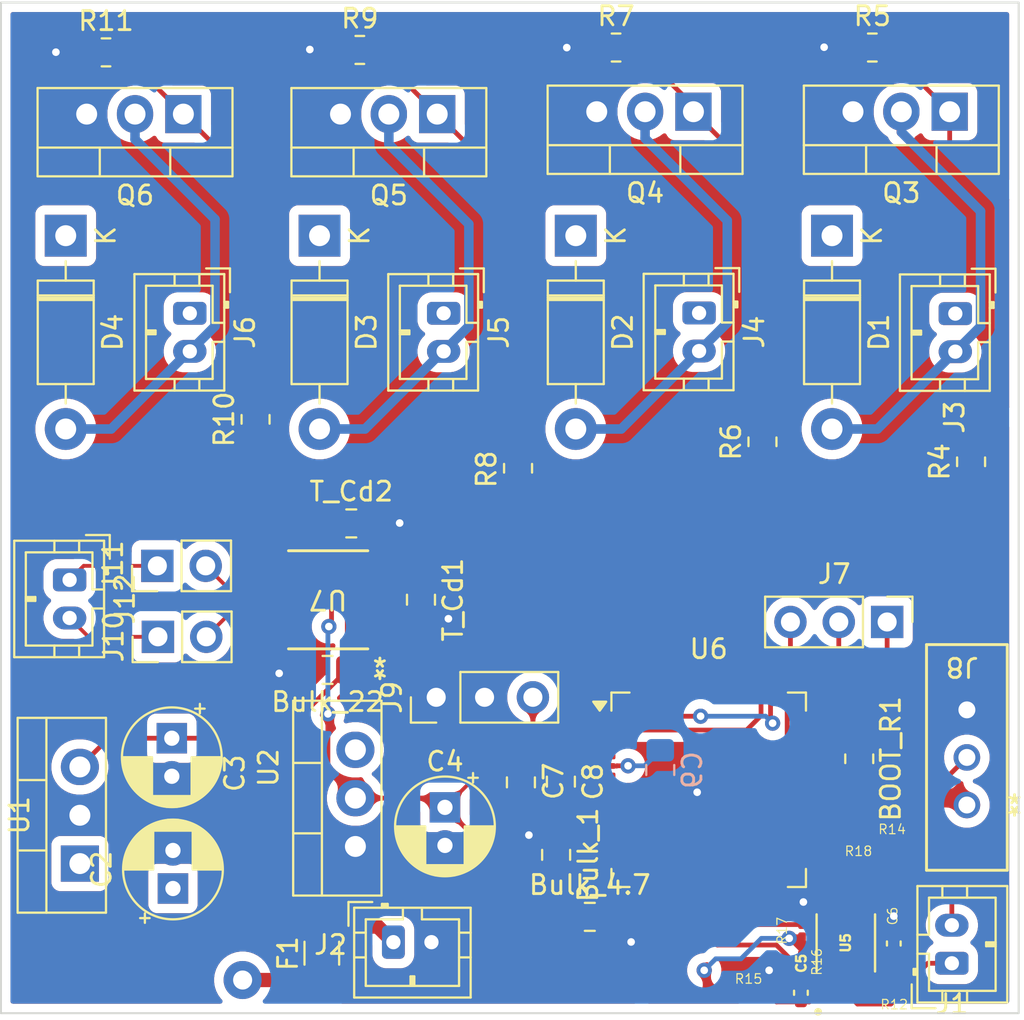
<source format=kicad_pcb>
(kicad_pcb (version 20241229) (generator "pcbnew") (generator_version "9.0")
  (layers (0 "F.Cu" signal) (2 "B.Cu" signal) (13 "F.Paste" user) (15 "B.Paste" user) (5 "F.SilkS" user "F.Silkscreen") (7 "B.SilkS" user "B.Silkscreen") (1 "F.Mask" user) (3 "B.Mask" user) (25 "Edge.Cuts" user))
  (net 0 "")
  (net 1 "GND")
  (net 2 "12V")
  (net 3 "FDCAN_RX")
  (net 4 "3.3V")
  (net 5 "VBAT")
  (net 6 "SLN1-")
  (net 7 "SLN4-")
  (net 8 "SLN2-")
  (net 9 "Net-(J8-Pin_2)")
  (net 10 "SDA")
  (net 11 "SLN3-")
  (net 12 "SCL")
  (net 13 "Net-(Q3-G)")
  (net 14 "SCL_ext")
  (net 15 "SDA_ext")
  (net 16 "Net-(Q4-G)")
  (net 17 "Net-(Q6-G)")
  (net 18 "Net-(Q5-G)")
  (net 19 "Net-(U5-READY)")
  (net 20 "/SWCLK")
  (net 21 "Net-(U5-EN)")
  (net 22 "S1CTRL")
  (net 23 "S3CTRL")
  (net 24 "S4CTRL")
  (net 25 "S2CTRL")
  (net 26 "5V")
  (net 27 "/SWDIO")
  (net 28 "/NRST")
  (net 29 "+12V_fuse")
  (net 30 "FDCAN_TX")
  (net 31 "CAN-")
  (net 32 "CAN+")
  (net 46 "USART1+")
  (net 47 "USART1-")
  (footprint "Connector_JST:JST_PH_B2B-PH-K_1x02_P2.00mm_Vertical" (layer "F.Cu") (at 46.139887 70.21 -90)
    (property "Reference" "J12")
    (property "Value" "2X1")
  )
  (footprint "Connector_JST:JST_PH_B2B-PH-K_1x02_P2.00mm_Vertical" (layer "F.Cu") (at 63.149887 89.25)
    (property "Reference" "J2")
    (property "Value" "2X1")
  )
  (footprint "custom_components:slide_switch_EGER1218_Thruster" (layer "F.Cu") (at 93.279887 82.04 180)
    (property "Reference" "J8")
    (property "Value" "Conn_01x03")
  )
  (footprint "Package_TO_SOT_THT:TO-220-3_Vertical" (layer "F.Cu") (at 46.679887 85.12 90)
    (property "Reference" "U1")
    (property "Value" "L7805")
  )
  (footprint "Connector_PinHeader_2.54mm:PinHeader_1x03_P2.54mm_Vertical" (layer "F.Cu") (at 65.399887 76.38 90)
    (property "Reference" "J9")
    (property "Value" "Conn_01x03_Pin")
  )
  (footprint "Capacitor_SMD:C_0805_2012Metric_Pad1.18x1.45mm_HandSolder" (layer "F.Cu") (at 71.699887 84.66 -90)
    (property "Reference" "Bulk_1")
    (property "Value" "1uF")
  )
  (footprint "Connector_PinHeader_2.54mm:PinHeader_1x02_P2.54mm_Vertical" (layer "F.Cu") (at 50.749887 69.47 90)
    (property "Reference" "J11")
    (property "Value" "Conn_01x02")
  )
  (footprint "Resistor_SMD:R_0805_2012Metric_Pad1.20x1.40mm_HandSolder" (layer "F.Cu") (at 55.909887 61.77 90)
    (property "Reference" "R10")
    (property "Value" "330")
  )
  (footprint "Capacitor_SMD:C_0805_2012Metric_Pad1.18x1.45mm_HandSolder" (layer "F.Cu") (at 69.85 80.85 -90)
    (property "Reference" "C7")
    (property "Value" "100nF")
  )
  (footprint "Capacitor_SMD:C_0805_2012Metric_Pad1.18x1.45mm_HandSolder" (layer "F.Cu") (at 64.599887 71.25 -90)
    (property "Reference" "T_Cd1")
    (property "Value" "100nF")
  )
  (footprint "Package_TO_SOT_THT:TO-220-3_Vertical" (layer "F.Cu") (at 65.451887 45.726 180)
    (property "Reference" "Q5")
    (property "Value" "FQP30N06L")
  )
  (footprint "Capacitor_THT:CP_Radial_D5.0mm_P2.00mm" (layer "F.Cu") (at 51.509887 78.53 -90)
    (property "Reference" "C3")
    (property "Value" "10u")
  )
  (footprint "Capacitor_SMD:C_0402_1005Metric" (layer "F.Cu") (at 89.439887 89.32 -90)
    (property "Reference" "C6")
    (property "Value" "0.1u")
  )
  (footprint "Connector_JST:JST_PH_B2B-PH-K_1x02_P2.00mm_Vertical" (layer "F.Cu") (at 92.489887 90.36 90)
    (property "Reference" "J1")
    (property "Value" "2X1")
  )
  (footprint "Capacitor_SMD:C_0201_0603Metric" (layer "F.Cu") (at 87.584887 85.52)
    (property "Reference" "R18")
    (property "Value" "10k")
  )
  (footprint "Connector_JST:JST_PH_B2B-PH-K_1x02_P2.00mm_Vertical" (layer "F.Cu") (at 52.454887 56.196 -90)
    (property "Reference" "J6")
    (property "Value" "2X1")
  )
  (footprint "Capacitor_SMD:C_0805_2012Metric_Pad1.18x1.45mm_HandSolder" (layer "F.Cu") (at 73.469887 87.92)
    (property "Reference" "Bulk_4.7")
    (property "Value" "4.7uF")
  )
  (footprint "Capacitor_SMD:C_0805_2012Metric_Pad1.18x1.45mm_HandSolder" (layer "F.Cu") (at 59.691187 74.94 180)
    (property "Reference" "Bulk_22")
    (property "Value" "22uF")
  )
  (footprint "Connector_PinHeader_2.54mm:PinHeader_1x02_P2.54mm_Vertical" (layer "F.Cu") (at 50.779887 73.2 90)
    (property "Reference" "J10")
    (property "Value" "Conn_01x02")
  )
  (footprint "Capacitor_SMD:C_0805_2012Metric_Pad1.18x1.45mm_HandSolder" (layer "F.Cu") (at 71.95 80.8125 -90)
    (property "Reference" "C8")
    (property "Value" "100nF")
  )
  (footprint "Capacitor_SMD:C_0402_1005Metric" (layer "F.Cu") (at 84.559887 91.91 -90)
    (property "Reference" "C5")
    (property "Value" "0.1u")
  )
  (footprint "Diode_THT:D_DO-41_SOD81_P10.16mm_Horizontal" (layer "F.Cu") (at 59.270887 52.116 -90)
    (property "Reference" "D3")
    (property "Value" "1N47xxA")
  )
  (footprint "Connector_JST:JST_PH_B2B-PH-K_1x02_P2.00mm_Vertical" (layer "F.Cu") (at 92.671887 56.212 -90)
    (property "Reference" "J3")
    (property "Value" "2X1")
  )
  (footprint "Resistor_SMD:R_0805_2012Metric_Pad1.20x1.40mm_HandSolder" (layer "F.Cu") (at 93.5 64 90)
    (property "Reference" "R4")
    (property "Value" "330")
  )
  (footprint "Package_TO_SOT_THT:TO-220-3_Vertical" (layer "F.Cu") (at 78.913887 45.599 180)
    (property "Reference" "Q4")
    (property "Value" "FQP30N06L")
  )
  (footprint "Capacitor_SMD:C_0201_0603Metric" (layer "F.Cu") (at 84.609887 90.225 90)
    (property "Reference" "R16")
    (property "Value" "10k")
  )
  (footprint "Package_TO_SOT_THT:TO-220-3_Vertical" (layer "F.Cu") (at 61.154887 84.22 90)
    (property "Reference" "U2")
    (property "Value" "LD1117V33")
  )
  (footprint "Resistor_SMD:R_0805_2012Metric_Pad1.20x1.40mm_HandSolder" (layer "F.Cu") (at 69.699887 64.34 90)
    (property "Reference" "R8")
    (property "Value" "330")
  )
  (footprint "Diode_THT:D_DO-41_SOD81_P10.16mm_Horizontal" (layer "F.Cu") (at 86.194887 52.116 -90)
    (property "Reference" "D1")
    (property "Value" "1N47xxA")
  )
  (footprint "Resistor_SMD:R_0805_2012Metric_Pad1.20x1.40mm_HandSolder" (layer "F.Cu") (at 48.052887 42.48)
    (property "Reference" "R11")
    (property "Value" "10k")
  )
  (footprint "Capacitor_THT:CP_Radial_D5.0mm_P2.00mm" (layer "F.Cu") (at 51.569887 86.43 90)
    (property "Reference" "C2")
    (property "Value" "10u")
  )
  (footprint "Resistor_SMD:R_0805_2012Metric_Pad1.20x1.40mm_HandSolder" (layer "F.Cu") (at 61.387887 42.353)
    (property "Reference" "R9")
    (property "Value" "10k")
  )
  (footprint "Resistor_SMD:R_0805_2012Metric_Pad1.20x1.40mm_HandSolder" (layer "F.Cu") (at 82.539887 62.95 90)
    (property "Reference" "R6")
    (property "Value" "330")
  )
  (footprint "Capacitor_SMD:C_0201_0603Metric" (layer "F.Cu") (at 81.809887 92.23)
    (property "Reference" "R15")
    (property "Value" "10k")
  )
  (footprint "custom_components:SOIC8_4P9X3P9MC_MCH" (layer "F.Cu") (at 59.723687 71.255 180)
    (property "Reference" "U7")
    (property "Value" "ATA6561-GAQW-N")
  )
  (footprint "Capacitor_SMD:C_0805_2012Metric_Pad1.18x1.45mm_HandSolder" (layer "F.Cu") (at 60.937387 67.24)
    (property "Reference" "T_Cd2")
    (property "Value" "100nF")
  )
  (footprint "Diode_THT:D_DO-41_SOD81_P10.16mm_Horizontal" (layer "F.Cu") (at 45.935887 52.116 -90)
    (property "Reference" "D4")
    (property "Value" "1N47xxA")
  )
  (footprint "Package_QFP:LQFP-64_10x10mm_P0.5mm" (layer "F.Cu") (at 79.714887 81.24)
    (property "Reference" "U6")
    (property "Value" "STM32G0B1RETx")
  )
  (footprint "Resistor_SMD:R_0805_2012Metric_Pad1.20x1.40mm_HandSolder" (layer "F.Cu") (at 88.311887 42.226)
    (property "Reference" "R5")
    (property "Value" "10k")
  )
  (footprint "Capacitor_THT:CP_Radial_D5.0mm_P2.00mm" (layer "F.Cu") (at 65.859887 82.164888 -90)
    (property "Reference" "C4")
    (property "Value" "10u")
  )
  (footprint "Package_TO_SOT_THT:TO-220-3_Vertical" (layer "F.Cu") (at 92.375887 45.599 180)
    (property "Reference" "Q3")
    (property "Value" "FQP30N06L")
  )
  (footprint "Diode_THT:D_DO-41_SOD81_P10.16mm_Horizontal" (layer "F.Cu") (at 72.732887 52.116 -90)
    (property "Reference" "D2")
    (property "Value" "1N47xxA")
  )
  (footprint "Resistor_SMD:R_0805_2012Metric_Pad1.20x1.40mm_HandSolder" (layer "F.Cu") (at 74.849887 42.226)
    (property "Reference" "R7")
    (property "Value" "10k")
  )
  (footprint "Connector_JST:JST_PH_B2B-PH-K_1x02_P2.00mm_Vertical" (layer "F.Cu") (at 65.789887 56.196 -90)
    (property "Reference" "J5")
    (property "Value" "2X1")
  )
  (footprint "Connector_PinHeader_2.54mm:PinHeader_1x03_P2.54mm_Vertical" (layer "F.Cu") (at 89.089887 72.42 -90)
    (property "Reference" "J7")
    (property "Value" "Conn_01x03_Pin")
  )
  (footprint "Package_TO_SOT_THT:TO-220-3_Vertical" (layer "F.Cu") (at 52.116887 45.726 180)
    (property "Reference" "Q6")
    (property "Value" "FQP30N06L")
  )
  (footprint "TCA4307:SOP65P490X110-8N" (layer "F.Cu") (at 86.919887 89.29 90)
    (property "Reference" "U5")
    (property "Value" "TCA4307")
  )
  (footprint "Capacitor_SMD:C_0201_0603Metric" (layer "F.Cu") (at 89.499887 91.77 180)
    (property "Reference" "R12")
    (property "Value" "10k")
  )
  (footprint "Capacitor_SMD:C_0201_0603Metric" (layer "F.Cu") (at 84.619887 88.645 90)
    (property "Reference" "R17")
    (property "Value" "10k")
  )
  (footprint "Connector_JST:JST_PH_B2B-PH-K_1x02_P2.00mm_Vertical" (layer "F.Cu") (at 79.209887 56.18 -90)
    (property "Reference" "J4")
    (property "Value" "2X1")
  )
  (footprint "Capacitor_SMD:C_0201_0603Metric" (layer "F.Cu") (at 89.349887 84.37)
    (property "Reference" "R14")
    (property "Value" "10k")
  )
  (footprint "Resistor_SMD:R_0805_2012Metric_Pad1.20x1.40mm_HandSolder" (layer "F.Cu") (at 87.624887 79.61 -90)
    (property "Reference" "BOOT_R1")
    (property "Value" "10k")
  )
  (footprint "Fuse:Fuse_1206_3216Metric" (layer "F.Cu") (at 59.389887 89.83 -90)
    (property "Reference" "F1")
    (property "Value" "10A")
  )
  (footprint "Capacitor_SMD:C_0805_2012Metric_Pad1.18x1.45mm_HandSolder" (layer "B.Cu") (at 77.169887 80.2 90)
    (property "Reference" "C9")
    (property "Value" "100nF")
  )
  (gr_rect (start 42.533 39.859887) (end 96 92.984887) (stroke (width 0.1)) (fill no) (layer "Edge.Cuts"))
  (segment (start 71.899887 81.2875) (end 72.102387 81.49) (width 0.25) (layer "F.Cu") (net 1))
  (segment (start 71.699887 81.4875) (end 71.899887 81.2875) (width 0.25) (layer "F.Cu") (net 1))
  (segment (start 71.95 81.85) (end 69.8875 81.85) (width 0.2) (layer "F.Cu") (net 1))
  (segment (start 71.864887 81.3225) (end 71.899887 81.2875) (width 0.25) (layer "F.Cu") (net 1))
  (segment (start 58.653687 74.94) (end 57.329887 74.94) (width 0.25) (layer "F.Cu") (net 1))
  (segment (start 57.259887 73.16) (end 57.259887 73.5462) (width 0.25) (layer "F.Cu") (net 1))
  (segment (start 64.599887 72.2875) (end 66.002387 72.2875) (width 0.25) (layer "F.Cu") (net 1))
  (segment (start 87.311887 42.226) (end 87.295887 42.242) (width 0.25) (layer "F.Cu") (net 1))
  (segment (start 87.295887 42.242) (end 87.295887 45.599) (width 0.25) (layer "F.Cu") (net 1))
  (segment (start 71.699887 83.6225) (end 71.699887 81.4875) (width 0.25) (layer "F.Cu") (net 1))
  (segment (start 64.202387 71.89) (end 64.599887 72.2875) (width 0.25) (layer "F.Cu") (net 1))
  (segment (start 47.052887 42.48) (end 47.036887 42.496) (width 0.25) (layer "F.Cu") (net 1))
  (segment (start 58.782887 42.353) (end 58.759887 42.33) (width 0.25) (layer "F.Cu") (net 1))
  (segment (start 87.311887 42.226) (end 85.795887 42.226) (width 0.25) (layer "F.Cu") (net 1))
  (segment (start 47.052887 42.48) (end 45.429887 42.48) (width 0.25) (layer "F.Cu") (net 1))
  (segment (start 72.263887 42.226) (end 72.259887 42.23) (width 0.25) (layer "F.Cu") (net 1))
  (segment (start 89.439887 87.88) (end 89.439887 88.84) (width 0.25) (layer "F.Cu") (net 1))
  (segment (start 85.795887 42.226) (end 85.779887 42.21) (width 0.25) (layer "F.Cu") (net 1))
  (segment (start 60.387887 42.353) (end 58.782887 42.353) (width 0.25) (layer "F.Cu") (net 1))
  (segment (start 75.639887 89.24) (end 74.507387 88.1075) (width 0.25) (layer "F.Cu") (net 1))
  (segment (start 45.429887 42.48) (end 45.419887 42.47) (width 0.25) (layer "F.Cu") (net 1))
  (segment (start 60.371887 42.369) (end 60.371887 45.726) (width 0.25) (layer "F.Cu") (net 1))
  (segment (start 74.507387 88.1075) (end 74.507387 87.92) (width 0.25) (layer "F.Cu") (net 1))
  (segment (start 57.329887 74.94) (end 57.149887 75.12) (width 0.25) (layer "F.Cu") (net 1))
  (segment (start 63.459887 67.24) (end 63.479887 67.22) (width 0.25) (layer "F.Cu") (net 1))
  (segment (start 47.036887 42.496) (end 47.036887 45.726) (width 0.25) (layer "F.Cu") (net 1))
  (segment (start 61.974887 67.24) (end 63.459887 67.24) (width 0.25) (layer "F.Cu") (net 1))
  (segment (start 60.387887 42.353) (end 60.371887 42.369) (width 0.25) (layer "F.Cu") (net 1))
  (segment (start 73.849887 42.226) (end 73.833887 42.242) (width 0.25) (layer "F.Cu") (net 1))
  (segment (start 73.849887 42.226) (end 72.263887 42.226) (width 0.25) (layer "F.Cu") (net 1))
  (segment (start 62.187487 71.89) (end 64.202387 71.89) (width 0.25) (layer "F.Cu") (net 1))
  (segment (start 57.259887 73.5462) (end 58.653687 74.94) (width 0.25) (layer "F.Cu") (net 1))
  (segment (start 71.934887 83.1525) (end 71.312387 83.1525) (width 0.25) (layer "F.Cu") (net 1))
  (segment (start 70.269887 83.6225) (end 71.699887 83.6225) (width 0.25) (layer "F.Cu") (net 1))
  (segment (start 74.039887 81.49) (end 72.31 81.49) (width 0.2) (layer "F.Cu") (net 1))
  (segment (start 84.559887 91.43) (end 83.859887 90.73) (width 0.25) (layer "F.Cu") (net 1))
  (segment (start 69.8875 81.85) (end 69.85 81.8875) (width 0.2) (layer "F.Cu") (net 1))
  (segment (start 84.689887 87.14) (end 85.944887 87.14) (width 0.25) (layer "F.Cu") (net 1))
  (segment (start 72.31 81.49) (end 71.95 81.85) (width 0.2) (layer "F.Cu") (net 1))
  (segment (start 83.859887 90.73) (end 82.889887 90.73) (width 0.25) (layer "F.Cu") (net 1))
  (segment (start 66.002387 72.2875) (end 66.039887 72.25) (width 0.25) (layer "F.Cu") (net 1))
  (segment (start 73.833887 42.242) (end 73.833887 45.599) (width 0.25) (layer "F.Cu") (net 1))
  (via (at 75.639887 89.24) (size 0.8) (drill 0.4) (layers "F.Cu" "B.Cu") (net 1))
  (via (at 66.039887 72.25) (size 0.8) (drill 0.4) (layers "F.Cu" "B.Cu") (net 1))
  (via (at 82.889887 90.73) (size 0.8) (drill 0.4) (layers "F.Cu" "B.Cu") (net 1))
  (via (at 79.109887 81.37) (size 0.8) (drill 0.4) (layers "F.Cu" "B.Cu") (net 1))
  (via (at 63.479887 67.22) (size 0.8) (drill 0.4) (layers "F.Cu" "B.Cu") (net 1))
  (via (at 70.269887 83.6225) (size 0.8) (drill 0.4) (layers "F.Cu" "B.Cu") (net 1))
  (via (at 45.419887 42.47) (size 0.8) (drill 0.4) (layers "F.Cu" "B.Cu") (net 1))
  (via (at 72.259887 42.23) (size 0.8) (drill 0.4) (layers "F.Cu" "B.Cu") (net 1))
  (via (at 85.779887 42.21) (size 0.8) (drill 0.4) (layers "F.Cu" "B.Cu") (net 1))
  (via (at 89.439887 87.88) (size 0.8) (drill 0.4) (layers "F.Cu" "B.Cu") (net 1))
  (via (at 58.759887 42.33) (size 0.8) (drill 0.4) (layers "F.Cu" "B.Cu") (net 1))
  (via (at 57.149887 75.12) (size 0.8) (drill 0.4) (layers "F.Cu" "B.Cu") (net 1))
  (via (at 84.689887 87.14) (size 0.8) (drill 0.4) (layers "F.Cu" "B.Cu") (net 1))
  (segment (start 79.109887 81.37) (end 77.302387 81.37) (width 0.25) (layer "B.Cu") (net 1))
  (segment (start 61.202 83.420887) (end 61.075 83.293887) (width 0.25) (layer "B.Cu") (net 1))
  (segment (start 61.075 83.293887) (end 61.075 83.293887) (width 0.25) (layer "B.Cu") (net 1))
  (segment (start 77.302387 81.37) (end 77.169887 81.2375) (width 0.25) (layer "B.Cu") (net 1))
  (segment (start 59.389887 91.23) (end 57.119887 91.23) (width 0.75) (layer "F.Cu") (net 2))
  (segment (start 57.119887 91.23) (end 57.109887 91.24) (width 0.25) (layer "F.Cu") (net 2))
  (segment (start 57.109887 91.24) (end 55.229887 91.24) (width 0.75) (layer "F.Cu") (net 2))
  (via (at 55.229887 91.24) (size 2) (drill 1) (layers "F.Cu" "B.Cu") (net 2))
  (segment (start 62.527487 69.01) (end 62.187487 69.35) (width 0.25) (layer "F.Cu") (net 3))
  (segment (start 83.072759 77.740117) (end 82.964887 77.632245) (width 0.25) (layer "F.Cu") (net 3))
  (segment (start 76.364887 77.375) (end 67.999887 69.01) (width 0.25) (layer "F.Cu") (net 3))
  (segment (start 67.999887 69.01) (end 62.527487 69.01) (width 0.25) (layer "F.Cu") (net 3))
  (segment (start 82.964887 77.632245) (end 82.964887 75.565) (width 0.25) (layer "F.Cu") (net 3))
  (segment (start 62.187487 69.35) (end 62.789887 69.35) (width 0.25) (layer "F.Cu") (net 3))
  (segment (start 79.289887 77.375) (end 76.364887 77.375) (width 0.25) (layer "F.Cu") (net 3))
  (via (at 79.289887 77.375) (size 0.8) (drill 0.4) (layers "F.Cu" "B.Cu") (net 3))
  (via (at 83.072759 77.740117) (size 0.8) (drill 0.4) (layers "F.Cu" "B.Cu") (net 3))
  (segment (start 79.289887 77.375) (end 82.707642 77.375) (width 0.25) (layer "B.Cu") (net 3))
  (segment (start 82.707642 77.375) (end 83.072759 77.740117) (width 0.25) (layer "B.Cu") (net 3))
  (segment (start 89.179887 91.77) (end 89.179887 90.06) (width 0.25) (layer "F.Cu") (net 4))
  (segment (start 76.742387 92.23) (end 80.579887 92.23) (width 0.25) (layer "F.Cu") (net 4))
  (segment (start 87.894887 90.66736) (end 87.894887 91.44) (width 0.25) (layer "F.Cu") (net 4))
  (segment (start 74.039887 80.49) (end 72.665 80.49) (width 0.25) (layer "F.Cu") (net 4))
  (segment (start 84.619887 88.965) (end 84.029965 88.965) (width 0.25) (layer "F.Cu") (net 4))
  (segment (start 79.479887 91.13) (end 80.579887 92.23) (width 0.25) (layer "F.Cu") (net 4))
  (segment (start 68.212275 79.8125) (end 65.859887 82.164888) (width 0.2) (layer "F.Cu") (net 4))
  (segment (start 61.154887 81.68) (end 65.374999 81.68) (width 0.25) (layer "F.Cu") (net 4))
  (segment (start 61.154887 81.68) (end 59.709887 80.235) (width 0.25) (layer "F.Cu") (net 4))
  (segment (start 79.479887 90.73) (end 79.479887 91.13) (width 0.25) (layer "F.Cu") (net 4))
  (segment (start 74.039887 80.49) (end 74.039887 80.99) (width 0.25) (layer "F.Cu") (net 4))
  (segment (start 88.849887 91.44) (end 89.179887 91.77) (width 0.25) (layer "F.Cu") (net 4))
  (segment (start 69.8875 79.775) (end 69.85 79.8125) (width 0.25) (layer "F.Cu") (net 4))
  (segment (start 59.369887 67.24) (end 57.259887 69.35) (width 0.25) (layer "F.Cu") (net 4))
  (segment (start 87.066527 89.839) (end 87.894887 90.66736) (width 0.25) (layer "F.Cu") (net 4))
  (segment (start 70.479887 79.182613) (end 69.85 79.8125) (width 0.25) (layer "F.Cu") (net 4))
  (segment (start 87.264887 85.320001) (end 88.214888 84.37) (width 0.25) (layer "F.Cu") (net 4))
  (segment (start 84.609887 89.905) (end 84.609887 88.975) (width 0.25) (layer "F.Cu") (net 4))
  (segment (start 65.374999 81.68) (end 65.859887 82.164888) (width 0.25) (layer "F.Cu") (net 4))
  (segment (start 89.179887 90.06) (end 89.439887 89.8) (width 0.25) (layer "F.Cu") (net 4))
  (segment (start 71.95 79.775) (end 69.8875 79.775) (width 0.25) (layer "F.Cu") (net 4))
  (segment (start 89.029887 84.37) (end 89.029887 84.170001) (width 0.25) (layer "F.Cu") (net 4))
  (segment (start 87.894887 91.44) (end 88.849887 91.44) (width 0.25) (layer "F.Cu") (net 4))
  (segment (start 59.899887 72.52) (end 59.759887 72.66) (width 0.25) (layer "F.Cu") (net 4))
  (segment (start 59.899887 67.24) (end 59.369887 67.24) (width 0.25) (layer "F.Cu") (net 4))
  (segment (start 69.392499 85.6975) (end 65.859887 82.164888) (width 0.25) (layer "F.Cu") (net 4))
  (segment (start 87.264887 85.52) (end 87.264887 85.320001) (width 0.25) (layer "F.Cu") (net 4))
  (segment (start 69.85 79.8125) (end 68.212275 79.8125) (width 0.2) (layer "F.Cu") (net 4))
  (segment (start 72.665 80.49) (end 71.95 79.775) (width 0.25) (layer "F.Cu") (net 4))
  (segment (start 84.029965 88.965) (end 83.944965 89.05) (width 0.25) (layer "F.Cu") (net 4))
  (segment (start 59.709887 80.235) (end 59.709887 77.25) (width 0.25) (layer "F.Cu") (net 4))
  (segment (start 72.432387 87.92) (end 76.742387 92.23) (width 0.25) (layer "F.Cu") (net 4))
  (segment (start 71.699887 85.6975) (end 69.392499 85.6975) (width 0.25) (layer "F.Cu") (net 4))
  (segment (start 71.699887 85.6975) (end 71.699887 87.1875) (width 0.25) (layer "F.Cu") (net 4))
  (segment (start 87.087387 85.6975) (end 87.264887 85.52) (width 0.25) (layer "F.Cu") (net 4))
  (segment (start 84.675887 89.839) (end 87.066527 89.839) (width 0.25) (layer "F.Cu") (net 4))
  (segment (start 59.899887 67.24) (end 59.899887 72.52) (width 0.25) (layer "F.Cu") (net 4))
  (segment (start 88.214888 84.37) (end 89.029887 84.37) (width 0.25) (layer "F.Cu") (net 4))
  (segment (start 80.579887 92.23) (end 81.489887 92.23) (width 0.25) (layer "F.Cu") (net 4))
  (segment (start 91.159888 82.04) (end 93.279887 82.04) (width 0.25) (layer "F.Cu") (net 4))
  (segment (start 89.029887 84.170001) (end 91.159888 82.04) (width 0.25) (layer "F.Cu") (net 4))
  (segment (start 71.699887 87.1875) (end 72.432387 87.92) (width 0.25) (layer "F.Cu") (net 4))
  (segment (start 84.609887 88.975) (end 84.619887 88.965) (width 0.25) (layer "F.Cu") (net 4))
  (segment (start 71.699887 85.6975) (end 87.087387 85.6975) (width 0.25) (layer "F.Cu") (net 4))
  (segment (start 70.479887 76.38) (end 70.479887 79.182613) (width 0.25) (layer "F.Cu") (net 4))
  (via (at 79.479887 90.73) (size 0.8) (drill 0.4) (layers "F.Cu" "B.Cu") (net 4))
  (via (at 59.709887 77.25) (size 0.8) (drill 0.4) (layers "F.Cu" "B.Cu") (net 4))
  (via (at 59.759887 72.66) (size 0.8) (drill 0.4) (layers "F.Cu" "B.Cu") (net 4))
  (via (at 83.944965 89.05) (size 0.8) (drill 0.4) (layers "F.Cu" "B.Cu") (net 4))
  (segment (start 59.709887 77.25) (end 59.709887 72.71) (width 0.25) (layer "B.Cu") (net 4))
  (segment (start 82.484887 89.05) (end 83.944965 89.05) (width 0.25) (layer "B.Cu") (net 4))
  (segment (start 79.479887 90.73) (end 80.084887 90.125) (width 0.25) (layer "B.Cu") (net 4))
  (segment (start 81.409887 90.125) (end 82.484887 89.05) (width 0.25) (layer "B.Cu") (net 4))
  (segment (start 80.084887 90.125) (end 81.409887 90.125) (width 0.25) (layer "B.Cu") (net 4))
  (segment (start 59.709887 72.71) (end 59.759887 72.66) (width 0.25) (layer "B.Cu") (net 4))
  (segment (start 75.479887 79.98) (end 74.894065 79.98) (width 0.25) (layer "F.Cu") (net 5))
  (segment (start 74.894065 79.98) (end 74.884065 79.99) (width 0.25) (layer "F.Cu") (net 5))
  (segment (start 74.884065 79.99) (end 74.039887 79.99) (width 0.25) (layer "F.Cu") (net 5))
  (via (at 75.479887 79.98) (size 0.8) (drill 0.4) (layers "F.Cu" "B.Cu") (net 5))
  (segment (start 76.352387 79.98) (end 77.169887 79.1625) (width 0.25) (layer "B.Cu") (net 5))
  (segment (start 77.194887 78.84) (end 77.199887 78.835) (width 0.25) (layer "B.Cu") (net 5))
  (segment (start 75.479887 79.98) (end 76.352387 79.98) (width 0.25) (layer "B.Cu") (net 5))
  (segment (start 89.835887 45.599) (end 89.835887 46.671) (width 0.5) (layer "F.Cu") (net 6))
  (segment (start 92.671887 58.212) (end 92.645887 58.212) (width 0.5) (layer "F.Cu") (net 6))
  (segment (start 92.645887 58.212) (end 88.581887 62.276) (width 0.5) (layer "B.Cu") (net 6))
  (segment (start 88.581887 62.276) (end 86.194887 62.276) (width 0.5) (layer "B.Cu") (net 6))
  (segment (start 93.996887 50.832) (end 93.996887 56.887) (width 0.5) (layer "B.Cu") (net 6))
  (segment (start 93.996887 56.887) (end 92.671887 58.212) (width 0.5) (layer "B.Cu") (net 6))
  (segment (start 89.835887 46.671) (end 93.996887 50.832) (width 0.5) (layer "B.Cu") (net 6))
  (segment (start 52.454887 58.196) (end 52.402887 58.196) (width 0.5) (layer "F.Cu") (net 7))
  (segment (start 48.322887 62.276) (end 45.935887 62.276) (width 0.5) (layer "B.Cu") (net 7))
  (segment (start 49.576887 47.052) (end 53.779887 51.255) (width 0.5) (layer "B.Cu") (net 7))
  (segment (start 53.779887 51.255) (end 53.779887 56.871) (width 0.5) (layer "B.Cu") (net 7))
  (segment (start 52.402887 58.196) (end 48.322887 62.276) (width 0.5) (layer "B.Cu") (net 7))
  (segment (start 53.779887 56.871) (end 52.454887 58.196) (width 0.5) (layer "B.Cu") (net 7))
  (segment (start 49.576887 45.726) (end 49.576887 47.052) (width 0.5) (layer "B.Cu") (net 7))
  (segment (start 79.209887 58.18) (end 79.209887 58.186) (width 0.5) (layer "F.Cu") (net 8))
  (segment (start 79.643 58.020887) (end 79.659 58.004887) (width 0.5) (layer "B.Cu") (net 8))
  (segment (start 80.691887 56.698) (end 79.209887 58.18) (width 0.5) (layer "B.Cu") (net 8))
  (segment (start 79.659 58.004887) (end 79.691 58.036887) (width 0.5) (layer "B.Cu") (net 8))
  (segment (start 76.373887 47.004) (end 80.691887 51.322) (width 0.5) (layer "B.Cu") (net 8))
  (segment (start 76.373887 45.599) (end 76.373887 47.004) (width 0.5) (layer "B.Cu") (net 8))
  (segment (start 80.691887 51.322) (end 80.691887 56.698) (width 0.5) (layer "B.Cu") (net 8))
  (segment (start 79.209887 58.186) (end 75.119887 62.276) (width 0.5) (layer "B.Cu") (net 8))
  (segment (start 75.119887 62.276) (end 72.732887 62.276) (width 0.5) (layer "B.Cu") (net 8))
  (segment (start 92.209887 80.61) (end 93.279887 79.54) (width 0.25) (layer "F.Cu") (net 9))
  (segment (start 87.624887 80.61) (end 92.209887 80.61) (width 0.25) (layer "F.Cu") (net 9))
  (segment (start 83.269661 89.4) (end 80.172077 89.4) (width 0.25) (layer "F.Cu") (net 10))
  (segment (start 84.805113 90.545) (end 84.609887 90.545) (width 0.25) (layer "F.Cu") (net 10))
  (segment (start 85.060113 90.29) (end 84.805113 90.545) (width 0.25) (layer "F.Cu") (net 10))
  (segment (start 86.217527 90.29) (end 85.060113 90.29) (width 0.25) (layer "F.Cu") (net 10))
  (segment (start 78.964887 88.19281) (end 78.964887 86.915) (width 0.25) (layer "F.Cu") (net 10))
  (segment (start 86.594887 91.44) (end 86.594887 90.66736) (width 0.25) (layer "F.Cu") (net 10))
  (segment (start 84.609887 90.545) (end 84.414661 90.545) (width 0.25) (layer "F.Cu") (net 10))
  (segment (start 86.594887 90.66736) (end 86.217527 90.29) (width 0.25) (layer "F.Cu") (net 10))
  (segment (start 80.172077 89.4) (end 78.964887 88.19281) (width 0.25) (layer "F.Cu") (net 10))
  (segment (start 84.414661 90.545) (end 83.269661 89.4) (width 0.25) (layer "F.Cu") (net 10))
  (segment (start 65.789887 58.196) (end 65.737887 58.196) (width 0.5) (layer "F.Cu") (net 11))
  (segment (start 62.911887 45.726) (end 62.911887 47.306) (width 0.5) (layer "B.Cu") (net 11))
  (segment (start 62.911887 47.306) (end 67.114887 51.509) (width 0.5) (layer "B.Cu") (net 11))
  (segment (start 67.114887 56.871) (end 65.789887 58.196) (width 0.5) (layer "B.Cu") (net 11))
  (segment (start 61.657887 62.276) (end 59.270887 62.276) (width 0.5) (layer "B.Cu") (net 11))
  (segment (start 67.114887 51.509) (end 67.114887 56.871) (width 0.5) (layer "B.Cu") (net 11))
  (segment (start 65.737887 58.196) (end 61.657887 62.276) (width 0.5) (layer "B.Cu") (net 11))
  (segment (start 86.182527 88.325) (end 84.619887 88.325) (width 0.25) (layer "F.Cu") (net 12))
  (segment (start 79.464887 87.89) (end 79.464887 86.915) (width 0.25) (layer "F.Cu") (net 12))
  (segment (start 86.594887 87.91264) (end 86.182527 88.325) (width 0.25) (layer "F.Cu") (net 12))
  (segment (start 84.619887 88.325) (end 79.899887 88.325) (width 0.25) (layer "F.Cu") (net 12))
  (segment (start 79.899887 88.325) (end 79.464887 87.89) (width 0.25) (layer "F.Cu") (net 12))
  (segment (start 86.594887 87.14) (end 86.594887 87.91264) (width 0.25) (layer "F.Cu") (net 12))
  (segment (start 95.074944 49.925056) (end 95.374 50.224112) (width 0.25) (layer "F.Cu") (net 13))
  (segment (start 89.311887 42.535) (end 92.375887 45.599) (width 0.25) (layer "F.Cu") (net 13))
  (segment (start 92.375887 47.226) (end 92.375887 45.599) (width 0.25) (layer "F.Cu") (net 13))
  (segment (start 95.374 50.224112) (end 95.374 61.126) (width 0.25) (layer "F.Cu") (net 13))
  (segment (start 95.149887 50) (end 95.074944 49.925056) (width 0.25) (layer "F.Cu") (net 13))
  (segment (start 95.074944 49.925056) (end 92.375887 47.226) (width 0.25) (layer "F.Cu") (net 13))
  (segment (start 89.311887 42.226) (end 89.311887 42.535) (width 0.25) (layer "F.Cu") (net 13))
  (segment (start 95.374 61.126) (end 93.5 63) (width 0.25) (layer "F.Cu") (net 13))
  (segment (start 87.244887 87.14) (end 87.244887 86.36736) (width 0.25) (layer "F.Cu") (net 14))
  (segment (start 88.460887 87.714001) (end 88.460887 87.99664) (width 0.25) (layer "F.Cu") (net 14))
  (segment (start 92.489887 88.36) (end 92.489887 87.19) (width 0.25) (layer "F.Cu") (net 14))
  (segment (start 87.552247 88.22) (end 87.244887 87.91264) (width 0.25) (layer "F.Cu") (net 14))
  (segment (start 88.460887 87.99664) (end 88.237527 88.22) (width 0.25) (layer "F.Cu") (net 14))
  (segment (start 89.669887 86.505001) (end 89.669887 84.37) (width 0.25) (layer "F.Cu") (net 14))
  (segment (start 88.460887 87.714001) (end 89.669887 86.505001) (width 0.25) (layer "F.Cu") (net 14))
  (segment (start 87.244887 87.91264) (end 87.244887 87.14) (width 0.25) (layer "F.Cu") (net 14))
  (segment (start 88.237527 88.22) (end 87.552247 88.22) (width 0.25) (layer "F.Cu") (net 14))
  (segment (start 92.489887 87.19) (end 89.669887 84.37) (width 0.25) (layer "F.Cu") (net 14))
  (segment (start 87.533247 92.501) (end 87.244887 92.21264) (width 0.25) (layer "F.Cu") (net 15))
  (segment (start 92.489887 90.36) (end 91.229887 90.36) (width 0.25) (layer "F.Cu") (net 15))
  (segment (start 87.244887 92.21264) (end 87.244887 91.44) (width 0.25) (layer "F.Cu") (net 15))
  (segment (start 91.229887 90.36) (end 89.819887 91.77) (width 0.25) (layer "F.Cu") (net 15))
  (segment (start 92.219887 90.41) (end 92.279887 90.35) (width 0.25) (layer "F.Cu") (net 15))
  (segment (start 89.819887 91.969999) (end 89.288886 92.501) (width 0.25) (layer "F.Cu") (net 15))
  (segment (start 89.288886 92.501) (end 87.533247 92.501) (width 0.25) (layer "F.Cu") (net 15))
  (segment (start 89.819887 91.77) (end 89.819887 91.969999) (width 0.25) (layer "F.Cu") (net 15))
  (segment (start 75.849887 42.226) (end 78.913887 45.29) (width 0.25) (layer "F.Cu") (net 16))
  (segment (start 78.913887 45.599) (end 82.539887 49.225) (width 0.25) (layer "F.Cu") (net 16))
  (segment (start 82.539887 49.225) (end 82.539887 61.95) (width 0.25) (layer "F.Cu") (net 16))
  (segment (start 78.913887 45.29) (end 78.913887 45.599) (width 0.25) (layer "F.Cu") (net 16))
  (segment (start 55.909887 60.77) (end 55.909887 49.519) (width 0.25) (layer "F.Cu") (net 17))
  (segment (start 49.052887 42.662) (end 52.116887 45.726) (width 0.25) (layer "F.Cu") (net 17))
  (segment (start 49.052887 42.48) (end 49.052887 42.662) (width 0.25) (layer "F.Cu") (net 17))
  (segment (start 55.909887 49.519) (end 52.116887 45.726) (width 0.25) (layer "F.Cu") (net 17))
  (segment (start 69.699887 63.34) (end 69.699887 49.974) (width 0.25) (layer "F.Cu") (net 18))
  (segment (start 62.387887 42.353) (end 62.387887 42.662) (width 0.25) (layer "F.Cu") (net 18))
  (segment (start 62.387887 42.662) (end 65.451887 45.726) (width 0.25) (layer "F.Cu") (net 18))
  (segment (start 69.699887 49.974) (end 65.451887 45.726) (width 0.25) (layer "F.Cu") (net 18))
  (segment (start 87.904887 85.52) (end 87.904887 87.13) (width 0.25) (layer "F.Cu") (net 19))
  (segment (start 87.904887 87.13) (end 87.894887 87.14) (width 0.25) (layer "F.Cu") (net 19))
  (segment (start 87.504887 78.49) (end 85.389887 78.49) (width 0.25) (layer "F.Cu") (net 20))
  (segment (start 89.089887 77.145) (end 87.624887 78.61) (width 0.25) (layer "F.Cu") (net 20))
  (segment (start 89.089887 72.42) (end 89.089887 77.145) (width 0.25) (layer "F.Cu") (net 20))
  (segment (start 87.624887 78.61) (end 87.504887 78.49) (width 0.25) (layer "F.Cu") (net 20))
  (segment (start 83.119887 92.23) (end 82.129887 92.23) (width 0.25) (layer "F.Cu") (net 21))
  (segment (start 84.559887 92.39) (end 83.279887 92.39) (width 0.25) (layer "F.Cu") (net 21))
  (segment (start 84.559887 92.39) (end 84.994887 92.39) (width 0.25) (layer "F.Cu") (net 21))
  (segment (start 84.994887 92.39) (end 85.944887 91.44) (width 0.25) (layer "F.Cu") (net 21))
  (segment (start 83.279887 92.39) (end 83.119887 92.23) (width 0.25) (layer "F.Cu") (net 21))
  (segment (start 81.964887 70.035) (end 86.829887 65.17) (width 0.25) (layer "F.Cu") (net 22))
  (segment (start 93.5 65) (end 91.489887 65) (width 0.2) (layer "F.Cu") (net 22))
  (segment (start 81.964887 75.565) (end 81.964887 70.035) (width 0.25) (layer "F.Cu") (net 22))
  (segment (start 86.829887 65.17) (end 91.259887 65.23) (width 0.25) (layer "F.Cu") (net 22))
  (segment (start 91.489887 65) (end 91.259887 65.23) (width 0.2) (layer "F.Cu") (net 22))
  (segment (start 69.699887 65.34) (end 77.464887 73.105) (width 0.25) (layer "F.Cu") (net 23))
  (segment (start 77.464887 73.105) (end 77.464887 75.565) (width 0.25) (layer "F.Cu") (net 23))
  (segment (start 58.099887 64.83) (end 65.269887 64.83) (width 0.25) (layer "F.Cu") (net 24))
  (segment (start 57.969887 64.83) (end 58.099887 64.83) (width 0.25) (layer "F.Cu") (net 24))
  (segment (start 55.909887 62.77) (end 57.969887 64.83) (width 0.25) (layer "F.Cu") (net 24))
  (segment (start 75.988887 75.549) (end 75.988887 75.7) (width 0.25) (layer "F.Cu") (net 24))
  (segment (start 65.269887 64.83) (end 75.988887 75.549) (width 0.25) (layer "F.Cu") (net 24))
  (segment (start 80.964887 65.525) (end 82.539887 63.95) (width 0.25) (layer "F.Cu") (net 25))
  (segment (start 80.964887 75.565) (end 80.964887 65.525) (width 0.25) (layer "F.Cu") (net 25))
  (segment (start 51.509887 78.53) (end 48.189887 78.53) (width 0.25) (layer "F.Cu") (net 26))
  (segment (start 48.189887 78.53) (end 46.679887 80.04) (width 0.25) (layer "F.Cu") (net 26))
  (segment (start 60.728687 74.94) (end 60.728687 71.372801) (width 0.25) (layer "F.Cu") (net 26))
  (segment (start 64.599887 70.2125) (end 62.594987 70.2125) (width 0.25) (layer "F.Cu") (net 26))
  (segment (start 61.481488 70.62) (end 62.187487 70.62) (width 0.25) (layer "F.Cu") (net 26))
  (segment (start 60.728687 71.372801) (end 61.481488 70.62) (width 0.25) (layer "F.Cu") (net 26))
  (segment (start 57.138687 78.53) (end 60.728687 74.94) (width 0.25) (layer "F.Cu") (net 26))
  (segment (start 51.509887 78.53) (end 57.138687 78.53) (width 0.25) (layer "F.Cu") (net 26))
  (segment (start 62.594987 70.2125) (end 62.187487 70.62) (width 0.25) (layer "F.Cu") (net 26))
  (segment (start 86.549887 74.53) (end 84.288887 76.791) (width 0.25) (layer "F.Cu") (net 27))
  (segment (start 84.545709 78.99) (end 85.389887 78.99) (width 0.25) (layer "F.Cu") (net 27))
  (segment (start 84.288887 76.791) (end 84.288887 78.733178) (width 0.25) (layer "F.Cu") (net 27))
  (segment (start 86.549887 72.42) (end 86.549887 74.53) (width 0.25) (layer "F.Cu") (net 27))
  (segment (start 84.288887 78.733178) (end 84.545709 78.99) (width 0.25) (layer "F.Cu") (net 27))
  (segment (start 79.699887 82.99) (end 74.039887 82.99) (width 0.25) (layer "F.Cu") (net 28))
  (segment (start 84.009887 72.42) (end 84.009887 76.43219) (width 0.25) (layer "F.Cu") (net 28))
  (segment (start 83.837887 78.852) (end 79.699887 82.99) (width 0.25) (layer "F.Cu") (net 28))
  (segment (start 84.009887 76.43219) (end 83.837887 76.60419) (width 0.25) (layer "F.Cu") (net 28))
  (segment (start 83.837887 76.60419) (end 83.837887 76.97781) (width 0.25) (layer "F.Cu") (net 28))
  (segment (start 83.837887 78.546368) (end 83.837887 78.852) (width 0.25) (layer "F.Cu") (net 28))
  (segment (start 83.837887 76.97781) (end 83.837887 78.546368) (width 0.25) (layer "F.Cu") (net 28))
  (segment (start 63.149887 89.25) (end 62.329887 88.43) (width 0.75) (layer "F.Cu") (net 29))
  (segment (start 62.329887 88.43) (end 59.389887 88.43) (width 0.75) (layer "F.Cu") (net 29))
  (segment (start 63.737487 74.71) (end 72.609887 74.71) (width 0.25) (layer "F.Cu") (net 30))
  (segment (start 62.187487 73.16) (end 63.737487 74.71) (width 0.25) (layer "F.Cu") (net 30))
  (segment (start 81.709887 78.1) (end 82.464887 77.345) (width 0.25) (layer "F.Cu") (net 30))
  (segment (start 82.464887 77.345) (end 82.464887 75.565) (width 0.25) (layer "F.Cu") (net 30))
  (segment (start 75.999887 78.1) (end 81.709887 78.1) (width 0.25) (layer "F.Cu") (net 30))
  (segment (start 72.609887 74.71) (end 75.999887 78.1) (width 0.25) (layer "F.Cu") (net 30))
  (segment (start 53.289887 69.47) (end 54.439887 70.62) (width 0.2) (layer "F.Cu") (net 31))
  (segment (start 46.879887 69.47) (end 46.139887 70.21) (width 0.2) (layer "F.Cu") (net 31))
  (segment (start 54.439887 70.62) (end 57.259887 70.62) (width 0.2) (layer "F.Cu") (net 31))
  (segment (start 50.749887 69.47) (end 46.879887 69.47) (width 0.2) (layer "F.Cu") (net 31))
  (segment (start 50.779887 73.2) (end 47.129887 73.2) (width 0.2) (layer "F.Cu") (net 32))
  (segment (start 47.129887 73.2) (end 46.139887 72.21) (width 0.2) (layer "F.Cu") (net 32))
  (segment (start 53.319887 73.2) (end 54.629887 71.89) (width 0.2) (layer "F.Cu") (net 32))
  (segment (start 54.629887 71.89) (end 57.259887 71.89) (width 0.2) (layer "F.Cu") (net 32))
  (zone (net 4) (net_name "3.3V") (layer "F.Cu") (priority 1) (connect_pads yes (clearance 0.5)) (min_thickness 0.25) (fill yes (thermal_gap 0.5) (thermal_bridge_width 0.5))
    (polygon (pts (xy 59.209884 76.419088) (xy 91.369887 76.77) (xy 95.659887 82.19) (xy 95.879887 92.83) (xy 59.699973 92.542042)))
  )
  (zone (net 1) (net_name "GND") (layer "F.Cu") (priority 4) (connect_pads yes (clearance 0.5)) (min_thickness 0.25) (fill yes (thermal_gap 0.5) (thermal_bridge_width 0.5))
    (polygon (pts (xy 42.533 39.859887) (xy 96 39.859887) (xy 96 92.984887) (xy 42.533 92.984887)))
  )
  (zone (net 1) (net_name "GND") (layer "B.Cu") (priority 5) (connect_pads yes (clearance 0.5)) (min_thickness 0.25) (fill yes (thermal_gap 0.5) (thermal_bridge_width 0.5))
    (polygon (pts (xy 42.533 39.859887) (xy 96 39.859887) (xy 96 92.984887) (xy 42.533 92.984887)))
  )
)
</source>
